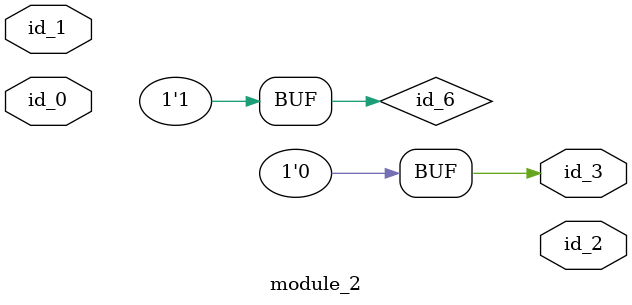
<source format=v>
module module_0 (
    id_1,
    id_2
);
  inout wire id_2;
  inout wire id_1;
  always id_1 = id_2;
  assign module_2.type_1 = 0;
endmodule
module module_1 (
    id_1,
    id_2,
    id_3,
    id_4,
    id_5,
    id_6
);
  inout wire id_6;
  input wire id_5;
  inout wire id_4;
  output wire id_3;
  inout wire id_2;
  output wire id_1;
  assign id_4 = id_5;
  assign id_6 = 1;
  module_0 modCall_1 (
      id_4,
      id_6
  );
endmodule
module module_2 (
    input  wire id_0,
    inout  wire id_1,
    output wire id_2,
    output wor  id_3
);
  wire id_5;
  module_0 modCall_1 (
      id_5,
      id_5
  );
  assign id_3 = 1'h0;
  reg id_6, id_7;
  initial id_6 <= 1;
endmodule

</source>
